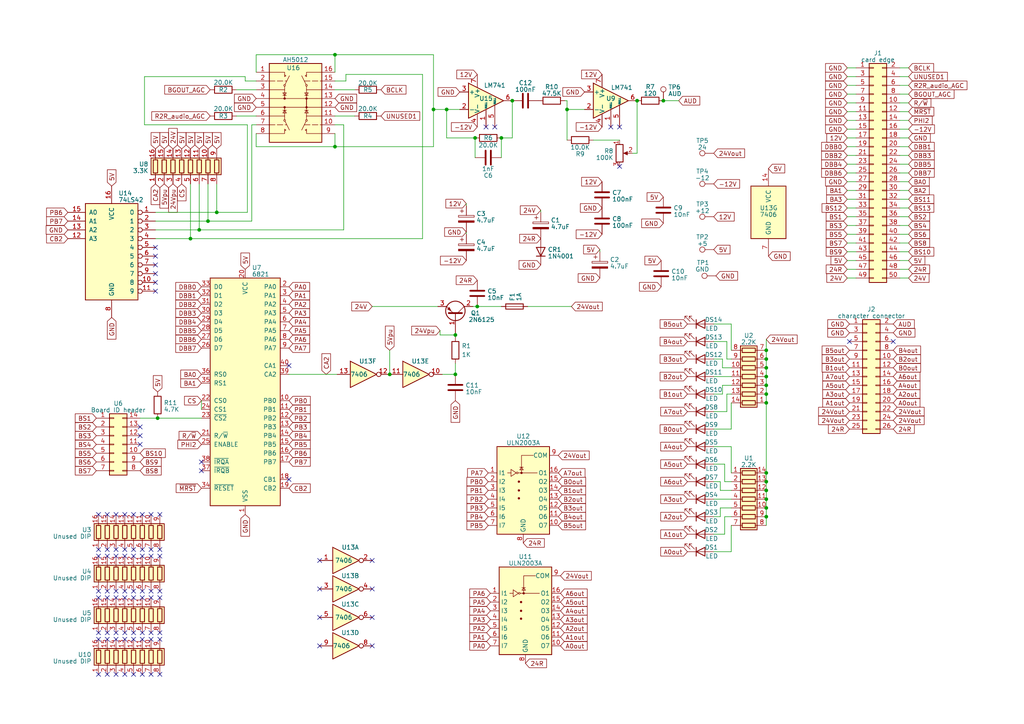
<source format=kicad_sch>
(kicad_sch (version 20230121) (generator eeschema)
  (paper "A4")
  (junction (at 62.865 61.595))
  (junction (at 148.59 29.21))
  (junction (at 145.415 40.005))
  (junction (at 222.25 109.22))
  (junction (at 137.795 40.005))
  (junction (at 222.25 147.32))
  (junction (at 60.325 64.135))
  (junction (at 222.25 142.24))
  (junction (at 57.785 66.675))
  (junction (at 132.08 97.155))
  (junction (at 97.155 15.875))
  (junction (at 113.03 108.585))
  (junction (at 97.155 42.545))
  (junction (at 138.43 88.9))
  (junction (at 164.465 31.75))
  (junction (at 222.25 149.86))
  (junction (at 222.25 114.3))
  (junction (at 222.25 116.84))
  (junction (at 222.25 139.7))
  (junction (at 222.25 104.14))
  (junction (at 132.08 108.585))
  (junction (at 222.25 144.78))
  (junction (at 129.54 31.75))
  (junction (at 45.72 121.285))
  (junction (at 222.25 101.6))
  (junction (at 55.245 69.215))
  (junction (at 222.25 111.76))
  (junction (at 222.25 106.68))
  (junction (at 192.405 29.21))
  (junction (at 184.785 29.21))
  (junction (at 125.73 31.75))
  (junction (at 222.25 137.16))
  (no_connect (at 41.275 149.225))
  (no_connect (at 92.71 187.325))
  (no_connect (at 38.735 195.58))
  (no_connect (at 33.655 161.29))
  (no_connect (at 107.95 179.07))
  (no_connect (at 40.64 123.825))
  (no_connect (at 43.815 183.515))
  (no_connect (at 43.815 185.42))
  (no_connect (at 38.735 171.45))
  (no_connect (at 28.575 161.29))
  (no_connect (at 45.085 84.455))
  (no_connect (at 38.735 159.385))
  (no_connect (at 36.195 161.29))
  (no_connect (at 41.275 183.515))
  (no_connect (at 43.815 171.45))
  (no_connect (at 246.38 99.06))
  (no_connect (at 83.82 139.065))
  (no_connect (at 83.82 106.045))
  (no_connect (at 107.95 187.325))
  (no_connect (at 43.815 161.29))
  (no_connect (at 45.085 81.915))
  (no_connect (at 28.575 149.225))
  (no_connect (at 41.275 173.355))
  (no_connect (at 46.355 173.355))
  (no_connect (at 45.085 79.375))
  (no_connect (at 33.655 173.355))
  (no_connect (at 31.115 183.515))
  (no_connect (at 46.355 159.385))
  (no_connect (at 31.115 185.42))
  (no_connect (at 28.575 173.355))
  (no_connect (at 92.71 179.07))
  (no_connect (at 38.735 185.42))
  (no_connect (at 28.575 171.45))
  (no_connect (at 38.735 173.355))
  (no_connect (at 36.195 149.225))
  (no_connect (at 28.575 195.58))
  (no_connect (at 41.275 171.45))
  (no_connect (at 45.085 76.835))
  (no_connect (at 36.195 195.58))
  (no_connect (at 36.195 171.45))
  (no_connect (at 31.115 159.385))
  (no_connect (at 36.195 159.385))
  (no_connect (at 33.655 171.45))
  (no_connect (at 40.64 126.365))
  (no_connect (at 33.655 185.42))
  (no_connect (at 58.42 133.985))
  (no_connect (at 28.575 159.385))
  (no_connect (at 31.115 149.225))
  (no_connect (at 38.735 161.29))
  (no_connect (at 259.08 99.06))
  (no_connect (at 46.355 171.45))
  (no_connect (at 33.655 183.515))
  (no_connect (at 43.815 173.355))
  (no_connect (at 179.705 36.83))
  (no_connect (at 107.95 170.815))
  (no_connect (at 179.705 48.26))
  (no_connect (at 46.355 149.225))
  (no_connect (at 45.085 74.295))
  (no_connect (at 58.42 136.525))
  (no_connect (at 41.275 161.29))
  (no_connect (at 28.575 185.42))
  (no_connect (at 46.355 185.42))
  (no_connect (at 45.085 71.755))
  (no_connect (at 43.815 195.58))
  (no_connect (at 33.655 195.58))
  (no_connect (at 31.115 173.355))
  (no_connect (at 43.815 149.225))
  (no_connect (at 140.97 36.83))
  (no_connect (at 38.735 149.225))
  (no_connect (at 46.355 183.515))
  (no_connect (at 107.95 162.56))
  (no_connect (at 41.275 185.42))
  (no_connect (at 40.64 128.905))
  (no_connect (at 33.655 159.385))
  (no_connect (at 43.815 159.385))
  (no_connect (at 46.355 195.58))
  (no_connect (at 31.115 161.29))
  (no_connect (at 92.71 162.56))
  (no_connect (at 28.575 183.515))
  (no_connect (at 31.115 195.58))
  (no_connect (at 177.165 36.83))
  (no_connect (at 33.655 149.225))
  (no_connect (at 36.195 185.42))
  (no_connect (at 38.735 183.515))
  (no_connect (at 36.195 183.515))
  (no_connect (at 41.275 159.385))
  (no_connect (at 92.71 170.815))
  (no_connect (at 31.115 171.45))
  (no_connect (at 36.195 173.355))
  (no_connect (at 143.51 36.83))
  (no_connect (at 46.355 161.29))
  (no_connect (at 41.275 195.58))
  (wire (pts (xy 212.09 111.76) (xy 209.55 111.76)))
  (wire (pts (xy 145.415 45.72) (xy 145.415 40.005)))
  (wire (pts (xy 263.525 60.325) (xy 260.985 60.325)))
  (wire (pts (xy 263.525 70.485) (xy 260.985 70.485)))
  (wire (pts (xy 263.525 50.165) (xy 260.985 50.165)))
  (wire (pts (xy 125.73 31.75) (xy 129.54 31.75)))
  (wire (pts (xy 263.525 55.245) (xy 260.985 55.245)))
  (wire (pts (xy 263.525 27.305) (xy 260.985 27.305)))
  (wire (pts (xy 71.12 22.225) (xy 71.12 23.495)))
  (wire (pts (xy 209.55 106.68) (xy 209.55 104.14)))
  (wire (pts (xy 100.33 23.495) (xy 97.155 23.495)))
  (wire (pts (xy 73.025 36.195) (xy 74.295 36.195)))
  (wire (pts (xy 248.285 37.465) (xy 245.745 37.465)))
  (wire (pts (xy 129.54 31.75) (xy 129.54 40.005)))
  (wire (pts (xy 248.285 19.685) (xy 245.745 19.685)))
  (wire (pts (xy 74.295 20.955) (xy 74.295 15.875)))
  (wire (pts (xy 125.73 31.75) (xy 125.73 42.545)))
  (wire (pts (xy 164.465 29.21) (xy 164.465 31.75)))
  (wire (pts (xy 207.01 160.02) (xy 212.09 160.02)))
  (wire (pts (xy 208.915 149.86) (xy 208.915 147.32)))
  (wire (pts (xy 212.09 160.02) (xy 212.09 152.4)))
  (wire (pts (xy 45.085 66.675) (xy 57.785 66.675)))
  (wire (pts (xy 71.755 61.595) (xy 71.755 36.195)))
  (wire (pts (xy 45.72 121.285) (xy 58.42 121.285)))
  (wire (pts (xy 207.01 124.46) (xy 212.09 124.46)))
  (wire (pts (xy 74.295 15.875) (xy 97.155 15.875)))
  (wire (pts (xy 248.285 55.245) (xy 245.745 55.245)))
  (wire (pts (xy 74.295 42.545) (xy 97.155 42.545)))
  (wire (pts (xy 248.285 27.305) (xy 245.745 27.305)))
  (wire (pts (xy 248.285 42.545) (xy 245.745 42.545)))
  (wire (pts (xy 248.285 67.945) (xy 245.745 67.945)))
  (wire (pts (xy 210.185 154.94) (xy 207.01 154.94)))
  (wire (pts (xy 207.01 139.7) (xy 208.915 139.7)))
  (wire (pts (xy 55.245 53.34) (xy 55.245 69.215)))
  (wire (pts (xy 41.91 22.225) (xy 71.12 22.225)))
  (wire (pts (xy 148.59 40.005) (xy 145.415 40.005)))
  (wire (pts (xy 102.87 26.035) (xy 97.155 26.035)))
  (wire (pts (xy 263.525 40.005) (xy 260.985 40.005)))
  (wire (pts (xy 164.465 31.75) (xy 164.465 40.64)))
  (wire (pts (xy 212.09 106.68) (xy 209.55 106.68)))
  (wire (pts (xy 209.55 114.3) (xy 207.01 114.3)))
  (wire (pts (xy 248.285 57.785) (xy 245.745 57.785)))
  (wire (pts (xy 263.525 78.105) (xy 260.985 78.105)))
  (wire (pts (xy 263.525 65.405) (xy 260.985 65.405)))
  (wire (pts (xy 212.09 101.6) (xy 212.09 93.98)))
  (wire (pts (xy 210.82 114.3) (xy 210.82 119.38)))
  (wire (pts (xy 100.33 21.59) (xy 100.33 23.495)))
  (wire (pts (xy 222.25 149.86) (xy 222.25 152.4)))
  (wire (pts (xy 209.55 111.76) (xy 209.55 114.3)))
  (wire (pts (xy 263.525 73.025) (xy 260.985 73.025)))
  (wire (pts (xy 212.09 137.16) (xy 212.09 129.54)))
  (wire (pts (xy 248.285 32.385) (xy 245.745 32.385)))
  (wire (pts (xy 60.325 53.34) (xy 60.325 64.135)))
  (wire (pts (xy 263.525 22.225) (xy 260.985 22.225)))
  (wire (pts (xy 192.405 29.21) (xy 196.85 29.21)))
  (wire (pts (xy 127.635 95.885) (xy 127.635 97.155)))
  (wire (pts (xy 222.25 142.24) (xy 222.25 144.78)))
  (wire (pts (xy 263.525 62.865) (xy 260.985 62.865)))
  (wire (pts (xy 163.83 29.21) (xy 164.465 29.21)))
  (wire (pts (xy 222.25 137.16) (xy 222.25 139.7)))
  (wire (pts (xy 263.525 42.545) (xy 260.985 42.545)))
  (wire (pts (xy 122.555 69.215) (xy 122.555 21.59)))
  (wire (pts (xy 184.785 29.21) (xy 184.785 44.45)))
  (wire (pts (xy 248.285 34.925) (xy 245.745 34.925)))
  (wire (pts (xy 125.73 15.875) (xy 125.73 31.75)))
  (wire (pts (xy 129.54 31.75) (xy 133.35 31.75)))
  (wire (pts (xy 210.82 104.14) (xy 210.82 99.06)))
  (wire (pts (xy 207.01 119.38) (xy 210.82 119.38)))
  (wire (pts (xy 125.73 42.545) (xy 97.155 42.545)))
  (wire (pts (xy 222.25 139.7) (xy 222.25 142.24)))
  (wire (pts (xy 169.545 31.75) (xy 164.465 31.75)))
  (wire (pts (xy 263.525 19.685) (xy 260.985 19.685)))
  (wire (pts (xy 127.635 97.155) (xy 132.08 97.155)))
  (wire (pts (xy 248.285 75.565) (xy 245.745 75.565)))
  (wire (pts (xy 248.285 60.325) (xy 245.745 60.325)))
  (wire (pts (xy 173.99 72.39) (xy 173.99 73.025)))
  (wire (pts (xy 40.64 121.285) (xy 45.72 121.285)))
  (wire (pts (xy 97.155 15.875) (xy 97.155 20.955)))
  (wire (pts (xy 132.08 97.79) (xy 132.08 97.155)))
  (wire (pts (xy 212.09 116.84) (xy 212.09 124.46)))
  (wire (pts (xy 129.54 40.005) (xy 137.795 40.005)))
  (wire (pts (xy 263.525 52.705) (xy 260.985 52.705)))
  (wire (pts (xy 248.285 45.085) (xy 245.745 45.085)))
  (wire (pts (xy 248.285 62.865) (xy 245.745 62.865)))
  (wire (pts (xy 71.755 61.595) (xy 62.865 61.595)))
  (wire (pts (xy 263.525 45.085) (xy 260.985 45.085)))
  (wire (pts (xy 263.525 32.385) (xy 260.985 32.385)))
  (wire (pts (xy 208.915 147.32) (xy 212.09 147.32)))
  (wire (pts (xy 212.09 142.24) (xy 208.915 142.24)))
  (wire (pts (xy 60.325 64.135) (xy 73.025 64.135)))
  (wire (pts (xy 68.58 33.655) (xy 74.295 33.655)))
  (wire (pts (xy 62.865 61.595) (xy 45.085 61.595)))
  (wire (pts (xy 207.01 129.54) (xy 212.09 129.54)))
  (wire (pts (xy 263.525 80.645) (xy 260.985 80.645)))
  (wire (pts (xy 99.695 36.195) (xy 97.155 36.195)))
  (wire (pts (xy 263.525 75.565) (xy 260.985 75.565)))
  (wire (pts (xy 248.285 73.025) (xy 245.745 73.025)))
  (wire (pts (xy 248.285 78.105) (xy 245.745 78.105)))
  (wire (pts (xy 248.285 52.705) (xy 245.745 52.705)))
  (wire (pts (xy 248.285 29.845) (xy 245.745 29.845)))
  (wire (pts (xy 222.25 106.68) (xy 222.25 109.22)))
  (wire (pts (xy 57.785 66.675) (xy 99.695 66.675)))
  (wire (pts (xy 222.25 98.425) (xy 222.25 101.6)))
  (wire (pts (xy 212.09 114.3) (xy 210.82 114.3)))
  (wire (pts (xy 210.82 99.06) (xy 207.01 99.06)))
  (wire (pts (xy 263.525 57.785) (xy 260.985 57.785)))
  (wire (pts (xy 41.91 36.195) (xy 41.91 22.225)))
  (wire (pts (xy 68.58 26.035) (xy 74.295 26.035)))
  (wire (pts (xy 212.09 139.7) (xy 210.185 139.7)))
  (wire (pts (xy 210.185 149.86) (xy 210.185 154.94)))
  (wire (pts (xy 248.285 47.625) (xy 245.745 47.625)))
  (wire (pts (xy 248.285 22.225) (xy 245.745 22.225)))
  (wire (pts (xy 107.95 88.9) (xy 127 88.9)))
  (wire (pts (xy 137.795 45.72) (xy 137.795 40.005)))
  (wire (pts (xy 208.915 142.24) (xy 208.915 139.7)))
  (wire (pts (xy 57.785 53.34) (xy 57.785 66.675)))
  (wire (pts (xy 210.185 139.7) (xy 210.185 134.62)))
  (wire (pts (xy 263.525 47.625) (xy 260.985 47.625)))
  (wire (pts (xy 263.525 37.465) (xy 260.985 37.465)))
  (wire (pts (xy 62.865 53.34) (xy 62.865 61.595)))
  (wire (pts (xy 222.25 114.3) (xy 222.25 116.84)))
  (wire (pts (xy 97.155 42.545) (xy 97.155 38.735)))
  (wire (pts (xy 102.87 33.655) (xy 97.155 33.655)))
  (wire (pts (xy 122.555 21.59) (xy 100.33 21.59)))
  (wire (pts (xy 222.25 144.78) (xy 222.25 147.32)))
  (wire (pts (xy 248.285 24.765) (xy 245.745 24.765)))
  (wire (pts (xy 222.25 116.84) (xy 222.25 137.16)))
  (wire (pts (xy 138.43 88.9) (xy 137.16 88.9)))
  (wire (pts (xy 148.59 29.21) (xy 148.59 40.005)))
  (wire (pts (xy 222.25 109.22) (xy 222.25 111.76)))
  (wire (pts (xy 71.12 23.495) (xy 74.295 23.495)))
  (wire (pts (xy 71.755 36.195) (xy 41.91 36.195)))
  (wire (pts (xy 263.525 24.765) (xy 260.985 24.765)))
  (wire (pts (xy 73.025 36.195) (xy 73.025 64.135)))
  (wire (pts (xy 207.01 144.78) (xy 212.09 144.78)))
  (wire (pts (xy 58.42 116.205) (xy 58.42 118.745)))
  (wire (pts (xy 45.085 64.135) (xy 60.325 64.135)))
  (wire (pts (xy 210.185 149.86) (xy 212.09 149.86)))
  (wire (pts (xy 248.285 40.005) (xy 245.745 40.005)))
  (wire (pts (xy 222.25 147.32) (xy 222.25 149.86)))
  (wire (pts (xy 222.25 104.14) (xy 222.25 106.68)))
  (wire (pts (xy 248.285 50.165) (xy 245.745 50.165)))
  (wire (pts (xy 263.525 34.925) (xy 260.985 34.925)))
  (wire (pts (xy 263.525 29.845) (xy 260.985 29.845)))
  (wire (pts (xy 135.255 67.945) (xy 135.255 67.31)))
  (wire (pts (xy 55.245 69.215) (xy 122.555 69.215)))
  (wire (pts (xy 83.82 108.585) (xy 97.79 108.585)))
  (wire (pts (xy 248.285 65.405) (xy 245.745 65.405)))
  (wire (pts (xy 135.255 59.055) (xy 135.255 59.69)))
  (wire (pts (xy 209.55 104.14) (xy 207.01 104.14)))
  (wire (pts (xy 212.09 93.98) (xy 207.01 93.98)))
  (wire (pts (xy 45.085 69.215) (xy 55.245 69.215)))
  (wire (pts (xy 172.085 40.64) (xy 179.705 40.64)))
  (wire (pts (xy 212.09 104.14) (xy 210.82 104.14)))
  (wire (pts (xy 113.03 101.6) (xy 113.03 108.585)))
  (wire (pts (xy 132.08 105.41) (xy 132.08 108.585)))
  (wire (pts (xy 145.415 88.9) (xy 138.43 88.9)))
  (wire (pts (xy 132.08 97.155) (xy 132.08 96.52)))
  (wire (pts (xy 183.515 44.45) (xy 184.785 44.45)))
  (wire (pts (xy 99.695 66.675) (xy 99.695 36.195)))
  (wire (pts (xy 222.25 111.76) (xy 222.25 114.3)))
  (wire (pts (xy 97.155 15.875) (xy 125.73 15.875)))
  (wire (pts (xy 165.735 88.9) (xy 153.035 88.9)))
  (wire (pts (xy 207.01 149.86) (xy 208.915 149.86)))
  (wire (pts (xy 74.295 38.735) (xy 74.295 42.545)))
  (wire (pts (xy 128.27 108.585) (xy 132.08 108.585)))
  (wire (pts (xy 248.285 70.485) (xy 245.745 70.485)))
  (wire (pts (xy 263.525 67.945) (xy 260.985 67.945)))
  (wire (pts (xy 248.285 80.645) (xy 245.745 80.645)))
  (wire (pts (xy 222.25 101.6) (xy 222.25 104.14)))
  (wire (pts (xy 156.845 60.96) (xy 156.845 61.595)))
  (wire (pts (xy 207.01 109.22) (xy 212.09 109.22)))
  (wire (pts (xy 210.185 134.62) (xy 207.01 134.62)))
  (global_label "BCLK" (shape input) (at 263.525 19.685 0) (property "Intersheetrefs" "${INTERSHEET_REFS}" (effects hide)))
  (global_label "GND" (shape input) (at 169.545 26.67 180) (property "Intersheetrefs" "${INTERSHEET_REFS}" (effects hide)))
  (global_label "5V" (shape input) (at 55.245 43.18 90) (property "Intersheetrefs" "${INTERSHEET_REFS}" (effects hide)))
  (global_label "BS2" (shape input) (at 27.94 123.825 180) (property "Intersheetrefs" "${INTERSHEET_REFS}" (effects hide)))
  (global_label "PA4" (shape input) (at 142.24 177.165 180) (property "Intersheetrefs" "${INTERSHEET_REFS}" (effects hide)))
  (global_label "DBB6" (shape input) (at 58.42 98.425 180) (property "Intersheetrefs" "${INTERSHEET_REFS}" (effects hide)))
  (global_label "GND" (shape input) (at 156.845 76.835 180) (property "Intersheetrefs" "${INTERSHEET_REFS}" (effects hide)))
  (global_label "12V" (shape input) (at 138.43 21.59 180) (property "Intersheetrefs" "${INTERSHEET_REFS}" (effects hide)))
  (global_label "GND" (shape input) (at 245.745 27.305 180) (property "Intersheetrefs" "${INTERSHEET_REFS}" (effects hide)))
  (global_label "CS" (shape input) (at 52.705 53.34 270) (property "Intersheetrefs" "${INTERSHEET_REFS}" (effects hide)))
  (global_label "UNUSED1" (shape input) (at 263.525 22.225 0) (property "Intersheetrefs" "${INTERSHEET_REFS}" (effects hide)))
  (global_label "PA7" (shape input) (at 83.82 100.965 0) (property "Intersheetrefs" "${INTERSHEET_REFS}" (effects hide)))
  (global_label "PHI2" (shape input) (at 58.42 128.905 180) (property "Intersheetrefs" "${INTERSHEET_REFS}" (effects hide)))
  (global_label "DBB3" (shape input) (at 58.42 90.805 180) (property "Intersheetrefs" "${INTERSHEET_REFS}" (effects hide)))
  (global_label "BA1" (shape input) (at 58.42 111.125 180) (property "Intersheetrefs" "${INTERSHEET_REFS}" (effects hide)))
  (global_label "24V" (shape input) (at 263.525 80.645 0) (property "Intersheetrefs" "${INTERSHEET_REFS}" (effects hide)))
  (global_label "A0out" (shape input) (at 199.39 160.02 180) (property "Intersheetrefs" "${INTERSHEET_REFS}" (effects hide)))
  (global_label "5V" (shape input) (at 192.405 57.15 180) (property "Intersheetrefs" "${INTERSHEET_REFS}" (effects hide)))
  (global_label "DBB2" (shape input) (at 58.42 88.265 180) (property "Intersheetrefs" "${INTERSHEET_REFS}" (effects hide)))
  (global_label "PB7" (shape input) (at 19.685 64.135 180) (property "Intersheetrefs" "${INTERSHEET_REFS}" (effects hide)))
  (global_label "A5out" (shape input) (at 199.39 134.62 180) (property "Intersheetrefs" "${INTERSHEET_REFS}" (effects hide)))
  (global_label "BA2" (shape input) (at 263.525 55.245 0) (property "Intersheetrefs" "${INTERSHEET_REFS}" (effects hide)))
  (global_label "BS2" (shape input) (at 263.525 62.865 0) (property "Intersheetrefs" "${INTERSHEET_REFS}" (effects hide)))
  (global_label "B0out" (shape input) (at 199.39 124.46 180) (property "Intersheetrefs" "${INTERSHEET_REFS}" (effects hide)))
  (global_label "GND" (shape input) (at 259.08 96.52 0) (property "Intersheetrefs" "${INTERSHEET_REFS}" (effects hide)))
  (global_label "DBB5" (shape input) (at 58.42 95.885 180) (property "Intersheetrefs" "${INTERSHEET_REFS}" (effects hide)))
  (global_label "24R" (shape input) (at 156.845 69.215 180) (property "Intersheetrefs" "${INTERSHEET_REFS}" (effects hide)))
  (global_label "5V" (shape input) (at 222.885 48.895 0) (property "Intersheetrefs" "${INTERSHEET_REFS}" (effects hide)))
  (global_label "BS8" (shape input) (at 40.64 136.525 0) (property "Intersheetrefs" "${INTERSHEET_REFS}" (effects hide)))
  (global_label "AUD" (shape input) (at 259.08 93.98 0) (property "Intersheetrefs" "${INTERSHEET_REFS}" (effects hide)))
  (global_label "BA3" (shape input) (at 245.745 57.785 180) (property "Intersheetrefs" "${INTERSHEET_REFS}" (effects hide)))
  (global_label "GND" (shape input) (at 173.99 80.645 180) (property "Intersheetrefs" "${INTERSHEET_REFS}" (effects hide)))
  (global_label "24R" (shape input) (at 152.4 192.405 0) (property "Intersheetrefs" "${INTERSHEET_REFS}" (effects hide)))
  (global_label "PA2" (shape input) (at 83.82 88.265 0) (property "Intersheetrefs" "${INTERSHEET_REFS}" (effects hide)))
  (global_label "GND" (shape input) (at 19.685 66.675 180) (property "Intersheetrefs" "${INTERSHEET_REFS}" (effects hide)))
  (global_label "DBB0" (shape input) (at 58.42 83.185 180) (property "Intersheetrefs" "${INTERSHEET_REFS}" (effects hide)))
  (global_label "GND" (shape input) (at 97.155 28.575 0) (property "Intersheetrefs" "${INTERSHEET_REFS}" (effects hide)))
  (global_label "A6out" (shape input) (at 162.56 172.085 0) (property "Intersheetrefs" "${INTERSHEET_REFS}" (effects hide)))
  (global_label "PA3" (shape input) (at 142.24 179.705 180) (property "Intersheetrefs" "${INTERSHEET_REFS}" (effects hide)))
  (global_label "BS4" (shape input) (at 263.525 65.405 0) (property "Intersheetrefs" "${INTERSHEET_REFS}" (effects hide)))
  (global_label "GND" (shape input) (at 97.155 31.115 0) (property "Intersheetrefs" "${INTERSHEET_REFS}" (effects hide)))
  (global_label "PA0" (shape input) (at 83.82 83.185 0) (property "Intersheetrefs" "${INTERSHEET_REFS}" (effects hide)))
  (global_label "~{MRST}" (shape input) (at 58.42 141.605 180) (property "Intersheetrefs" "${INTERSHEET_REFS}" (effects hide)))
  (global_label "GND" (shape input) (at 245.745 29.845 180) (property "Intersheetrefs" "${INTERSHEET_REFS}" (effects hide)))
  (global_label "5V" (shape input) (at 245.745 75.565 180) (property "Intersheetrefs" "${INTERSHEET_REFS}" (effects hide)))
  (global_label "A5out" (shape input) (at 246.38 111.76 180) (property "Intersheetrefs" "${INTERSHEET_REFS}" (effects hide)))
  (global_label "PA7" (shape input) (at 141.605 137.16 180) (property "Intersheetrefs" "${INTERSHEET_REFS}" (effects hide)))
  (global_label "DBB7" (shape input) (at 263.525 50.165 0) (property "Intersheetrefs" "${INTERSHEET_REFS}" (effects hide)))
  (global_label "5V" (shape input) (at 60.325 43.18 90) (property "Intersheetrefs" "${INTERSHEET_REFS}" (effects hide)))
  (global_label "PA0" (shape input) (at 142.24 187.325 180) (property "Intersheetrefs" "${INTERSHEET_REFS}" (effects hide)))
  (global_label "24Vout" (shape input) (at 207.01 44.45 0) (property "Intersheetrefs" "${INTERSHEET_REFS}" (effects hide)))
  (global_label "24R" (shape input) (at 259.08 124.46 0) (property "Intersheetrefs" "${INTERSHEET_REFS}" (effects hide)))
  (global_label "GND" (shape input) (at 192.405 64.77 180) (property "Intersheetrefs" "${INTERSHEET_REFS}" (effects hide)))
  (global_label "DBB1" (shape input) (at 263.525 42.545 0) (property "Intersheetrefs" "${INTERSHEET_REFS}" (effects hide)))
  (global_label "PB3" (shape input) (at 141.605 147.32 180) (property "Intersheetrefs" "${INTERSHEET_REFS}" (effects hide)))
  (global_label "24Vout" (shape input) (at 259.08 121.92 0) (property "Intersheetrefs" "${INTERSHEET_REFS}" (effects hide)))
  (global_label "PB5" (shape input) (at 141.605 152.4 180) (property "Intersheetrefs" "${INTERSHEET_REFS}" (effects hide)))
  (global_label "A1out" (shape input) (at 199.39 154.94 180) (property "Intersheetrefs" "${INTERSHEET_REFS}" (effects hide)))
  (global_label "GND" (shape input) (at 191.77 83.185 180) (property "Intersheetrefs" "${INTERSHEET_REFS}" (effects hide)))
  (global_label "PB6" (shape input) (at 83.82 131.445 0) (property "Intersheetrefs" "${INTERSHEET_REFS}" (effects hide)))
  (global_label "BS1" (shape input) (at 245.745 62.865 180) (property "Intersheetrefs" "${INTERSHEET_REFS}" (effects hide)))
  (global_label "PA4" (shape input) (at 83.82 93.345 0) (property "Intersheetrefs" "${INTERSHEET_REFS}" (effects hide)))
  (global_label "-12V" (shape input) (at 207.01 53.34 0) (property "Intersheetrefs" "${INTERSHEET_REFS}" (effects hide)))
  (global_label "PA6" (shape input) (at 83.82 98.425 0) (property "Intersheetrefs" "${INTERSHEET_REFS}" (effects hide)))
  (global_label "BS5" (shape input) (at 245.745 67.945 180) (property "Intersheetrefs" "${INTERSHEET_REFS}" (effects hide)))
  (global_label "GND" (shape input) (at 245.745 32.385 180) (property "Intersheetrefs" "${INTERSHEET_REFS}" (effects hide)))
  (global_label "B2out" (shape input) (at 199.39 109.22 180) (property "Intersheetrefs" "${INTERSHEET_REFS}" (effects hide)))
  (global_label "DBB4" (shape input) (at 58.42 93.345 180) (property "Intersheetrefs" "${INTERSHEET_REFS}" (effects hide)))
  (global_label "24Vout" (shape input) (at 246.38 121.92 180) (property "Intersheetrefs" "${INTERSHEET_REFS}" (effects hide)))
  (global_label "24Vout" (shape input) (at 162.56 167.005 0) (property "Intersheetrefs" "${INTERSHEET_REFS}" (effects hide)))
  (global_label "A5out" (shape input) (at 162.56 174.625 0) (property "Intersheetrefs" "${INTERSHEET_REFS}" (effects hide)))
  (global_label "GND" (shape input) (at 246.38 93.98 180) (property "Intersheetrefs" "${INTERSHEET_REFS}" (effects hide)))
  (global_label "BS6" (shape input) (at 27.94 133.985 180) (property "Intersheetrefs" "${INTERSHEET_REFS}" (effects hide)))
  (global_label "24Vout" (shape input) (at 161.925 132.08 0) (property "Intersheetrefs" "${INTERSHEET_REFS}" (effects hide)))
  (global_label "BGOUT_AGC" (shape input) (at 263.525 27.305 0) (property "Intersheetrefs" "${INTERSHEET_REFS}" (effects hide)))
  (global_label "A2out" (shape input) (at 259.08 114.3 0) (property "Intersheetrefs" "${INTERSHEET_REFS}" (effects hide)))
  (global_label "PHI2" (shape input) (at 263.525 34.925 0) (property "Intersheetrefs" "${INTERSHEET_REFS}" (effects hide)))
  (global_label "GND" (shape input) (at 245.745 24.765 180) (property "Intersheetrefs" "${INTERSHEET_REFS}" (effects hide)))
  (global_label "24Vout" (shape input) (at 259.08 119.38 0) (property "Intersheetrefs" "${INTERSHEET_REFS}" (effects hide)))
  (global_label "24V" (shape input) (at 245.745 80.645 180) (property "Intersheetrefs" "${INTERSHEET_REFS}" (effects hide)))
  (global_label "B0out" (shape input) (at 259.08 106.68 0) (property "Intersheetrefs" "${INTERSHEET_REFS}" (effects hide)))
  (global_label "A2out" (shape input) (at 162.56 182.245 0) (property "Intersheetrefs" "${INTERSHEET_REFS}" (effects hide)))
  (global_label "B5out" (shape input) (at 161.925 152.4 0) (property "Intersheetrefs" "${INTERSHEET_REFS}" (effects hide)))
  (global_label "5V" (shape input) (at 52.705 43.18 90) (property "Intersheetrefs" "${INTERSHEET_REFS}" (effects hide)))
  (global_label "B4out" (shape input) (at 161.925 149.86 0) (property "Intersheetrefs" "${INTERSHEET_REFS}" (effects hide)))
  (global_label "5V" (shape input) (at 47.625 43.18 90) (property "Intersheetrefs" "${INTERSHEET_REFS}" (effects hide)))
  (global_label "-12V" (shape input) (at 174.625 67.945 180) (property "Intersheetrefs" "${INTERSHEET_REFS}" (effects hide)))
  (global_label "AUD" (shape input) (at 196.85 29.21 0) (property "Intersheetrefs" "${INTERSHEET_REFS}" (effects hide)))
  (global_label "12V" (shape input) (at 174.625 52.705 180) (property "Intersheetrefs" "${INTERSHEET_REFS}" (effects hide)))
  (global_label "B3out" (shape input) (at 246.38 104.14 180) (property "Intersheetrefs" "${INTERSHEET_REFS}" (effects hide)))
  (global_label "PB7" (shape input) (at 83.82 133.985 0) (property "Intersheetrefs" "${INTERSHEET_REFS}" (effects hide)))
  (global_label "PB4" (shape input) (at 83.82 126.365 0) (property "Intersheetrefs" "${INTERSHEET_REFS}" (effects hide)))
  (global_label "CA2" (shape input) (at 94.615 108.585 90) (property "Intersheetrefs" "${INTERSHEET_REFS}" (effects hide)))
  (global_label "PB6" (shape input) (at 19.685 61.595 180) (property "Intersheetrefs" "${INTERSHEET_REFS}" (effects hide)))
  (global_label "12V" (shape input) (at 207.01 62.865 0) (property "Intersheetrefs" "${INTERSHEET_REFS}" (effects hide)))
  (global_label "R{slash}~{W}" (shape input) (at 263.525 29.845 0) (property "Intersheetrefs" "${INTERSHEET_REFS}" (effects hide)))
  (global_label "B4out" (shape input) (at 199.39 99.06 180) (property "Intersheetrefs" "${INTERSHEET_REFS}" (effects hide)))
  (global_label "GND" (shape input) (at 245.745 52.705 180) (property "Intersheetrefs" "${INTERSHEET_REFS}" (effects hide)))
  (global_label "DBB2" (shape input) (at 245.745 45.085 180) (property "Intersheetrefs" "${INTERSHEET_REFS}" (effects hide)))
  (global_label "24Vout" (shape input) (at 246.38 119.38 180) (property "Intersheetrefs" "${INTERSHEET_REFS}" (effects hide)))
  (global_label "BS3" (shape input) (at 245.745 65.405 180) (property "Intersheetrefs" "${INTERSHEET_REFS}" (effects hide)))
  (global_label "GND" (shape input) (at 174.625 60.325 180) (property "Intersheetrefs" "${INTERSHEET_REFS}" (effects hide)))
  (global_label "R2R_audio_AGC" (shape input) (at 60.96 33.655 180) (property "Intersheetrefs" "${INTERSHEET_REFS}" (effects hide)))
  (global_label "BA0" (shape input) (at 263.525 52.705 0) (property "Intersheetrefs" "${INTERSHEET_REFS}" (effects hide)))
  (global_label "GND" (shape input) (at 32.385 92.075 270) (property "Intersheetrefs" "${INTERSHEET_REFS}" (effects hide)))
  (global_label "24Vpu" (shape input) (at 127.635 95.885 180) (property "Intersheetrefs" "${INTERSHEET_REFS}" (effects hide)))
  (global_label "24V" (shape input) (at 107.95 88.9 180) (property "Intersheetrefs" "${INTERSHEET_REFS}" (effects hide)))
  (global_label "PB2" (shape input) (at 141.605 144.78 180) (property "Intersheetrefs" "${INTERSHEET_REFS}" (effects hide)))
  (global_label "GND" (shape input) (at 74.295 31.115 180) (property "Intersheetrefs" "${INTERSHEET_REFS}" (effects hide)))
  (global_label "24Vout" (shape input) (at 165.735 88.9 0) (property "Intersheetrefs" "${INTERSHEET_REFS}" (effects hide)))
  (global_label "5V" (shape input) (at 71.12 78.105 90) (property "Intersheetrefs" "${INTERSHEET_REFS}" (effects hide)))
  (global_label "BS11" (shape input) (at 263.525 57.785 0) (property "Intersheetrefs" "${INTERSHEET_REFS}" (effects hide)))
  (global_label "B3out" (shape input) (at 161.925 147.32 0) (property "Intersheetrefs" "${INTERSHEET_REFS}" (effects hide)))
  (global_label "A3out" (shape input) (at 162.56 179.705 0) (property "Intersheetrefs" "${INTERSHEET_REFS}" (effects hide)))
  (global_label "BA1" (shape input) (at 245.745 55.245 180) (property "Intersheetrefs" "${INTERSHEET_REFS}" (effects hide)))
  (global_label "PB4" (shape input) (at 141.605 149.86 180) (property "Intersheetrefs" "${INTERSHEET_REFS}" (effects hide)))
  (global_label "DBB4" (shape input) (at 245.745 47.625 180) (property "Intersheetrefs" "${INTERSHEET_REFS}" (effects hide)))
  (global_label "PA1" (shape input) (at 83.82 85.725 0) (property "Intersheetrefs" "${INTERSHEET_REFS}" (effects hide)))
  (global_label "BS13" (shape input) (at 263.525 60.325 0) (property "Intersheetrefs" "${INTERSHEET_REFS}" (effects hide)))
  (global_label "UNUSED1" (shape input) (at 110.49 33.655 0) (property "Intersheetrefs" "${INTERSHEET_REFS}" (effects hide)))
  (global_label "A0out" (shape input) (at 259.08 116.84 0) (property "Intersheetrefs" "${INTERSHEET_REFS}" (effects hide)))
  (global_label "B5out" (shape input) (at 199.39 93.98 180) (property "Intersheetrefs" "${INTERSHEET_REFS}" (effects hide)))
  (global_label "B3out" (shape input) (at 199.39 104.14 180) (property "Intersheetrefs" "${INTERSHEET_REFS}" (effects hide)))
  (global_label "5V" (shape input) (at 32.385 53.975 90) (property "Intersheetrefs" "${INTERSHEET_REFS}" (effects hide)))
  (global_label "BS4" (shape input) (at 27.94 128.905 180) (property "Intersheetrefs" "${INTERSHEET_REFS}" (effects hide)))
  (global_label "CB2" (shape input) (at 19.685 69.215 180) (property "Intersheetrefs" "${INTERSHEET_REFS}" (effects hide)))
  (global_label "GND" (shape input) (at 245.745 22.225 180) (property "Intersheetrefs" "${INTERSHEET_REFS}" (effects hide)))
  (global_label "12V" (shape input) (at 135.255 59.055 180) (property "Intersheetrefs" "${INTERSHEET_REFS}" (effects hide)))
  (global_label "GND" (shape input) (at 263.525 40.005 0) (property "Intersheetrefs" "${INTERSHEET_REFS}" (effects hide)))
  (global_label "~{MRST}" (shape input) (at 263.525 32.385 0) (property "Intersheetrefs" "${INTERSHEET_REFS}" (effects hide)))
  (global_label "24V" (shape input) (at 156.845 60.96 180) (property "Intersheetrefs" "${INTERSHEET_REFS}" (effects hide)))
  (global_label "CS" (shape input) (at 58.42 116.205 180) (property "Intersheetrefs" "${INTERSHEET_REFS}" (effects hide)))
  (global_label "GND" (shape input) (at 71.12 149.225 270) (property "Intersheetrefs" "${INTERSHEET_REFS}" (effects hide)))
  (global_label "A7out" (shape input) (at 199.39 119.38 180) (property "Intersheetrefs" "${INTERSHEET_REFS}" (effects hide)))
  (global_label "24R" (shape input) (at 246.38 124.46 180) (property "Intersheetrefs" "${INTERSHEET_REFS}" (effects hide)))
  (global_label "A6out" (shape input) (at 259.08 109.22 0) (property "Intersheetrefs" "${INTERSHEET_REFS}" (effects hide)))
  (global_label "PA5" (shape input) (at 142.24 174.625 180) (property "Intersheetrefs" "${INTERSHEET_REFS}" (effects hide)))
  (global_label "B4out" (shape input) (at 259.08 101.6 0) (property "Intersheetrefs" "${INTERSHEET_REFS}" (effects hide)))
  (global_label "A1out" (shape input) (at 246.38 116.84 180) (property "Intersheetrefs" "${INTERSHEET_REFS}" (effects hide)))
  (global_label "24R" (shape input) (at 138.43 81.28 180) (property "Intersheetrefs" "${INTERSHEET_REFS}" (effects hide)))
  (global_label "A7out" (shape input) (at 161.925 137.16 0) (property "Intersheetrefs" "${INTERSHEET_REFS}" (effects hide)))
  (global_label "PB2" (shape input) (at 83.82 121.285 0) (property "Intersheetrefs" "${INTERSHEET_REFS}" (effects hide)))
  (global_label "PB1" (shape input) (at 141.605 142.24 180) (property "Intersheetrefs" "${INTERSHEET_REFS}" (effects hide)))
  (global_label "B1out" (shape input) (at 161.925 142.24 0) (property "Intersheetrefs" "${INTERSHEET_REFS}" (effects hide)))
  (global_label "BGOUT_AGC" (shape input) (at 60.96 26.035 180) (property "Intersheetrefs" "${INTERSHEET_REFS}" (effects hide)))
  (global_label "PB0" (shape input) (at 83.82 116.205 0) (property "Intersheetrefs" "${INTERSHEET_REFS}" (effects hide)))
  (global_label "5V" (shape input) (at 173.99 72.39 180) (property "Intersheetrefs" "${INTERSHEET_REFS}" (effects hide)))
  (global_label "BS3" (shape input) (at 27.94 126.365 180) (property "Intersheetrefs" "${INTERSHEET_REFS}" (effects hide)))
  (global_label "PA5" (shape input) (at 83.82 95.885 0) (property "Intersheetrefs" "${INTERSHEET_REFS}" (effects hide)))
  (global_label "A3out" (shape input) (at 199.39 144.78 180) (property "Intersheetrefs" "${INTERSHEET_REFS}" (effects hide)))
  (global_label "GND" (shape input) (at 245.745 34.925 180) (property "Intersheetrefs" "${INTERSHEET_REFS}" (effects hide)))
  (global_label "BS6" (shape input) (at 263.525 67.945 0) (property "Intersheetrefs" "${INTERSHEET_REFS}" (effects hide)))
  (global_label "DBB0" (shape input) (at 245.745 42.545 180) (property "Intersheetrefs" "${INTERSHEET_REFS}" (effects hide)))
  (global_label "A6out" (shape input) (at 199.39 139.7 180) (property "Intersheetrefs" "${INTERSHEET_REFS}" (effects hide)))
  (global_label "B5out" (shape input) (at 246.38 101.6 180) (property "Intersheetrefs" "${INTERSHEET_REFS}" (effects hide)))
  (global_label "PB5" (shape input) (at 83.82 128.905 0) (property "Intersheetrefs" "${INTERSHEET_REFS}" (effects hide)))
  (global_label "BS12" (shape input) (at 245.745 60.325 180) (property "Intersheetrefs" "${INTERSHEET_REFS}" (effects hide)))
  (global_label "BA0" (shape input) (at 58.42 108.585 180) (property "Intersheetrefs" "${INTERSHEET_REFS}" (effects hide)))
  (global_label "B1out" (shape input) (at 246.38 106.68 180) (property "Intersheetrefs" "${INTERSHEET_REFS}" (effects hide)))
  (global_label "GND" (shape input) (at 245.745 19.685 180) (property "Intersheetrefs" "${INTERSHEET_REFS}" (effects hide)))
  (global_label "-12V" (shape input) (at 263.525 37.465 0) (property "Intersheetrefs" "${INTERSHEET_REFS}" (effects hide)))
  (global_label "A2out" (shape input) (at 199.39 149.86 180) (property "Intersheetrefs" "${INTERSHEET_REFS}" (effects hide)))
  (global_label "5V" (shape input) (at 45.72 113.665 90) (property "Intersheetrefs" "${INTERSHEET_REFS}" (effects hide)))
  (global_label "CA2" (shape input) (at 45.085 53.34 270) (property "Intersheetrefs" "${INTERSHEET_REFS}" (effects hide)))
  (global_label "GND" (shape input) (at 207.645 80.01 0) (property "Intersheetrefs" "${INTERSHEET_REFS}" (effects hide)))
  (global_label "GND" (shape input) (at 133.35 26.67 180) (property "Intersheetrefs" "${INTERSHEET_REFS}" (effects hide)))
  (global_label "BS5" (shape input) (at 27.94 131.445 180) (property "Intersheetrefs" "${INTERSHEET_REFS}" (effects hide)))
  (global_label "BS1" (shape input) (at 27.94 121.285 180) (property "Intersheetrefs" "${INTERSHEET_REFS}" (effects hide)))
  (global_label "B1out" (shape input) (at 199.39 114.3 180) (property "Intersheetrefs" "${INTERSHEET_REFS}" (effects hide)))
  (global_label "BS9" (shape input) (at 40.64 133.985 0) (property "Intersheetrefs" "${INTERSHEET_REFS}" (effects hide)))
  (global_label "BS10" (shape input) (at 40.64 131.445 0) (property "Intersheetrefs" "${INTERSHEET_REFS}" (effects hide)))
  (global_label "PA6" (shape input) (at 142.24 172.085 180) (property "Intersheetrefs" "${INTERSHEET_REFS}" (effects hide)))
  (global_label "-12V" (shape input) (at 174.625 36.83 180) (property "Intersheetrefs" "${INTERSHEET_REFS}" (effects hide)))
  (global_label "5V" (shape input) (at 191.77 75.565 180) (property "Intersheetrefs" "${INTERSHEET_REFS}" (effects hide)))
  (global_label "DBB7" (shape input) (at 58.42 100.965 180) (property "Intersheetrefs" "${INTERSHEET_REFS}" (effects hide)))
  (global_label "PA3" (shape input) (at 83.82 90.805 0) (property "Intersheetrefs" "${INTERSHEET_REFS}" (effects hide)))
  (global_label "5V" (shape input) (at 57.785 43.18 90) (property "Intersheetrefs" "${INTERSHEET_REFS}" (effects hide)))
  (global_label "B2out" (shape input) (at 259.08 104.14 0) (property "Intersheetrefs" "${INTERSHEET_REFS}" (effects hide)))
  (global_label "GND" (shape input) (at 74.295 28.575 180) (property "Intersheetrefs" "${INTERSHEET_REFS}" (effects hide)))
  (global_label "BS10" (shape input) (at 263.525 73.025 0) (property "Intersheetrefs" "${INTERSHEET_REFS}" (effects hide)))
  (global_label "GND" (shape input) (at 246.38 96.52 180) (property "Intersheetrefs" "${INTERSHEET_REFS}" (effects hide)))
  (global_label "DBB6" (shape input) (at 245.745 50.165 180) (property "Intersheetrefs" "${INTERSHEET_REFS}" (effects hide)))
  (global_label "24V" (shape input) (at 50.165 43.18 90) (property "Intersheetrefs" "${INTERSHEET_REFS}" (effects hide)))
  (global_label "5Vpu" (shape input) (at 47.625 53.34 270) (property "Intersheetrefs" "${INTERSHEET_REFS}" (effects hide)))
  (global_label "A4out" (shape input) (at 199.39 129.54 180) (property "Intersheetrefs" "${INTERSHEET_REFS}" (effects hide)))
  (global_label "24R" (shape input) (at 151.765 157.48 0) (property "Intersheetrefs" "${INTERSHEET_REFS}" (effects hide)))
  (global_label "GND" (shape input) (at 135.255 67.31 180) (property "Intersheetrefs" "${INTERSHEET_REFS}" (effects hide)))
  (global_label "PB1" (shape input) (at 83.82 118.745 0) (property "Intersheetrefs" "${INTERSHEET_REFS}" (effects hide)))
  (global_label "24R" (shape input) (at 263.525 78.105 0) (property "Intersheetrefs" "${INTERSHEET_REFS}" (effects hide)))
  (global_label "GND" (shape input) (at 132.08 116.205 270) (property "Intersheetrefs" "${INTERSHEET_REFS}" (effects hide)))
  (global_label "A4out" (shape input) (at 162.56 177.165 0) (property "Intersheetrefs" "${INTERSHEET_REFS}" (effects hide)))
  (global_label "PA2" (shape input) (at 142.24 182.245 180) (property "Intersheetrefs" "${INTERSHEET_REFS}" (effects hide)))
  (global_label "5V" (shape input) (at 263.525 75.565 0) (property "Intersheetrefs" "${INTERSHEET_REFS}" (effects hide)))
  (global_label "5Vpu" (shape input) (at 113.03 101.6 90) (property "Intersheetrefs" "${INTERSHEET_REFS}" (effects hide)))
  (global_label "24R" (shape input) (at 245.745 78.105 180) (property "Intersheetrefs" "${INTERSHEET_REFS}" (effects hide)))
  (global_label "DBB3" (shape input) (at 263.525 45.085 0) (property "Intersheetrefs" "${INTERSHEET_REFS}" (effects hide)))
  (global_label "DBB1" (shape input) (at 58.42 85.725 180) (property "Intersheetrefs" "${INTERSHEET_REFS}" (effects hide)))
  (global_label "-12V" (shape input) (at 138.43 36.83 180) (property "Intersheetrefs" "${INTERSHEET_REFS}" (effects hide)))
  (global_label "A7out" (shape input) (at 246.38 109.22 180) (property "Intersheetrefs" "${INTERSHEET_REFS}" (effects hide)))
  (global_label "PB3" (shape input) (at 83.82 123.825 0) (property "Intersheetrefs" "${INTERSHEET_REFS}" (effects hide)))
  (global_label "GND" (shape input) (at 245.745 37.465 180) (property "Intersheetrefs" "${INTERSHEET_REFS}" (effects hide)))
  (global_label "A4out" (shape input) (at 259.08 111.76 0) (property "Intersheetrefs" "${INTERSHEET_REFS}" (effects hide)))
  (global_label "BS9" (shape input) (at 245.745 73.025 180) (property "Intersheetrefs" "${INTERSHEET_REFS}" (effects hide)))
  (global_label "B0out" (shape input) (at 161.925 139.7 0) (property "Intersheetrefs" "${INTERSHEET_REFS}" (effects hide)))
  (global_label "5V" (shape input) (at 45.085 43.18 90) (property "Intersheetrefs" "${INTERSHEET_REFS}" (effects hide)))
  (global_label "A1out" (shape input) (at 162.56 184.785 0) (property "Intersheetrefs" "${INTERSHEET_REFS}" (effects hide)))
  (global_label "A0out" (shape input) (at 162.56 187.325 0) (property "Intersheetrefs" "${INTERSHEET_REFS}" (effects hide)))
  (global_label "24Vpu" (shape input) (at 50.165 53.34 270) (property "Intersheetrefs" "${INTERSHEET_REFS}" (effects hide)))
  (global_label "12V" (shape input) (at 174.625 21.59 180) (property "Intersheetrefs" "${INTERSHEET_REFS}" (effects hide)))
  (global_label "BS8" (shape input) (at 263.525 70.485 0) (property "Intersheetrefs" "${INTERSHEET_REFS}" (effects hide)))
  (global_label "5V" (shape input) (at 62.865 43.18 90) (property "Intersheetrefs" "${INTERSHEET_REFS}" (effects hide)))
  (global_label "BS7" (shape input) (at 27.94 136.525 180) (property "Intersheetrefs" "${INTERSHEET_REFS}" (effects hide)))
  (global_label "12V" (shape input) (at 245.745 40.005 180) (property "Intersheetrefs" "${INTERSHEET_REFS}" (effects hide)))
  (global_label "BCLK" (shape input) (at 110.49 26.035 0) (property "Intersheetrefs" "${INTERSHEET_REFS}" (effects hide)))
  (global_label "PB0" (shape input) (at 141.605 139.7 180) (property "Intersheetrefs" "${INTERSHEET_REFS}" (effects hide)))
  (global_label "24Vout" (shape input) (at 222.25 98.425 0) (property "Intersheetrefs" "${INTERSHEET_REFS}" (effects hide)))
  (global_label "R{slash}~{W}" (shape input) (at 58.42 126.365 180) (property "Intersheetrefs" "${INTERSHEET_REFS}" (effects hide)))
  (global_label "GND" (shape input) (at 222.885 74.295 0) (property "Intersheetrefs" "${INTERSHEET_REFS}" (effects hide)))
  (global_label "B2out" (shape input) (at 161.925 144.78 0) (property "Intersheetrefs" "${INTERSHEET_REFS}" (effects hide)))
  (global_label "A3out" (shape input) (at 246.38 114.3 180) (property "Intersheetrefs" "${INTERSHEET_REFS}" (effects hide)))
  (global_label "BS7" (shape input) (at 245.745 70.485 180) (property "Intersheetrefs" "${INTERSHEET_REFS}" (effects hide)))
  (global_label "5V" (shape input) (at 207.01 72.39 0) (property "Intersheetrefs" "${INTERSHEET_REFS}" (effects hide)))
  (global_label "-12V" (shape input) (at 135.255 75.565 180) (property "Intersheetrefs" "${INTERSHEET_REFS}" (effects hide)))
  (global_label "DBB5" (shape input) (at 263.525 47.625 0) (property "Intersheetrefs" "${INTERSHEET_REFS}" (effects hide)))
  (global_label "CB2" (shape input) (at 83.82 141.605 0) (property "Intersheetrefs" "${INTERSHEET_REFS}" (effects hide)))
  (global_label "PA1" (shape input) (at 142.24 184.785 180) (property "Intersheetrefs" "${INTERSHEET_REFS}" (effects hide)))
  (global_label "R2R_audio_AGC" (shape input) (at 263.525 24.765 0) (property "Intersheetrefs" "${INTERSHEET_REFS}" (effects hide)))
  (symbol (lib_id "Device:LED") (at 203.2 139.7 0) (mirror x) (unit 1)
    (property "Reference" "DS7" (at 208.28 138.43 0) (effects (justify right)))
    (property "Value" "LED" (at 208.28 140.97 0) (effects (justify right)))
    (property "Footprint" "LED_THT:LED_D5.0mm_Horizontal_O3.81mm_Z15.0mm" (effects hide))
  )
  (symbol (lib_id "Device:LED") (at 203.2 114.3 0) (mirror x) (unit 1)
    (property "Reference" "DS10" (at 209.55 113.03 0) (effects (justify right)))
    (property "Value" "LED" (at 208.28 115.57 0) (effects (justify right)))
    (property "Footprint" "LED_THT:LED_D5.0mm_Horizontal_O3.81mm_Z15.0mm" (effects hide))
  )
  (symbol (lib_id "Device:C") (at 152.4 29.21 270) (unit 1)
    (property "Reference" "C12" (at 152.4 24.0411 90))
    (property "Value" "100nF" (at 152.4 25.9621 90))
    (property "Footprint" "Capacitor_THT:C_Rect_L7.0mm_W2.5mm_P5.00mm" (effects hide))
  )
  (symbol (lib_id "Device:LED") (at 203.2 154.94 0) (mirror x) (unit 1)
    (property "Reference" "DS2" (at 208.28 153.67 0) (effects (justify right)))
    (property "Value" "LED" (at 208.28 156.21 0) (effects (justify right)))
    (property "Footprint" "LED_THT:LED_D5.0mm_Horizontal_O3.81mm_Z15.0mm" (effects hide))
  )
  (symbol (lib_id "Device:R_Pack08") (at 38.735 154.305 0) (unit 1)
    (property "Reference" "U3" (at 26.5431 153.6613 0) (effects (justify right)))
    (property "Value" "Unused DIP" (at 26.5431 155.5823 0) (effects (justify right)))
    (property "Footprint" "Package_DIP:DIP-16_W7.62mm" (effects hide))
  )
  (symbol (lib_id "Device:LED") (at 203.2 99.06 0) (mirror x) (unit 1)
    (property "Reference" "DS13" (at 209.55 97.79 0) (effects (justify right)))
    (property "Value" "LED" (at 208.28 100.33 0) (effects (justify right)))
    (property "Footprint" "LED_THT:LED_D5.0mm_Horizontal_O3.81mm_Z15.0mm" (effects hide))
  )
  (symbol (lib_id "Transistor_Array:ULN2003A") (at 152.4 177.165 0) (unit 1)
    (property "Reference" "U11" (at 152.4 161.4551 0))
    (property "Value" "ULN2003A" (at 152.4 163.3761 0))
    (property "Footprint" "Package_DIP:DIP-16_W7.62mm" (effects hide))
    (property "Datasheet" "http://www.ti.com/lit/ds/symlink/uln2003a.pdf" (effects hide))
  )
  (symbol (lib_id "Connector:TestPoint") (at 192.405 29.21 0) (unit 1)
    (property "Reference" "TP6" (at 193.802 25.2643 0) (effects (justify left)))
    (property "Value" "AUD" (at 193.802 27.1853 0) (effects (justify left)))
    (property "Footprint" "TestPoint:TestPoint_Plated_Hole_D3.0mm" (effects hide))
  )
  (symbol (lib_id "Transistor_BJT:2N3906") (at 132.08 91.44 270) (mirror x) (unit 1)
    (property "Reference" "Q1" (at 136.525 90.805 90) (effects (justify left)))
    (property "Value" "2N6125" (at 135.89 92.71 90) (effects (justify left)))
    (property "Footprint" "Package_TO_SOT_THT:TO-220-3_Horizontal_TabDown" (effects hide))
  )
  (symbol (lib_id "Device:R") (at 160.02 29.21 270) (unit 1)
    (property "Reference" "R10" (at 160.02 25.1841 90))
    (property "Value" "47.5K" (at 160.02 27.1051 90))
    (property "Footprint" "Resistor_THT:R_Axial_DIN0309_L9.0mm_D3.2mm_P12.70mm_Horizontal" (effects hide))
  )
  (symbol (lib_id "Device:R") (at 106.68 33.655 270) (unit 1)
    (property "Reference" "R4" (at 106.68 33.655 90))
    (property "Value" "20.0K" (at 106.68 31.5501 90))
    (property "Footprint" "Resistor_THT:R_Axial_DIN0309_L9.0mm_D3.2mm_P12.70mm_Horizontal" (effects hide))
  )
  (symbol (lib_id "Connector:TestPoint") (at 207.01 62.865 90) (unit 1)
    (property "Reference" "TP3" (at 203.708 59.2201 90))
    (property "Value" "+12" (at 203.708 61.1411 90))
    (property "Footprint" "TestPoint:TestPoint_Plated_Hole_D3.0mm" (effects hide))
  )
  (symbol (lib_id "Device:C_Polarized") (at 156.845 65.405 0) (unit 1)
    (property "Reference" "C1" (at 159.766 63.8723 0) (effects (justify left)))
    (property "Value" "4.7uF" (at 159.766 65.7933 0) (effects (justify left)))
    (property "Footprint" "Evan's parts:CP_Radial_Tantal_D4mm_P3.81mm" (effects hide))
  )
  (symbol (lib_id "Device:Fuse") (at 149.225 88.9 90) (unit 1)
    (property "Reference" "F1" (at 148.5813 87.376 0) (effects (justify left)))
    (property "Value" "1A" (at 150.5023 87.376 0) (effects (justify left)))
    (property "Footprint" "Fuse:Fuseholder_Littelfuse_445_030_series_5x30mm" (effects hide))
  )
  (symbol (lib_id "Connector:TestPoint") (at 207.01 53.34 90) (unit 1)
    (property "Reference" "TP4" (at 203.708 49.6951 90))
    (property "Value" "-12" (at 203.708 51.6161 90))
    (property "Footprint" "TestPoint:TestPoint_Plated_Hole_D3.0mm" (effects hide))
  )
  (symbol (lib_id "74xx:74LS06") (at 105.41 108.585 0) (unit 6)
    (property "Reference" "U13" (at 106.68 104.775 0))
    (property "Value" "7406" (at 104.14 108.585 0))
    (property "Footprint" "Package_DIP:DIP-14_W7.62mm" (effects hide))
    (property "Datasheet" "http://www.ti.com/lit/gpn/sn74LS06" (effects hide))
  )
  (symbol (lib_id "Device:R_Pack08") (at 38.735 166.37 0) (unit 1)
    (property "Reference" "U4" (at 26.543 165.7263 0) (effects (justify right)))
    (property "Value" "Unused DIP" (at 26.543 167.6473 0) (effects (justify right)))
    (property "Footprint" "Package_DIP:DIP-16_W7.62mm" (effects hide))
  )
  (symbol (lib_id "Transistor_Array:ULN2003A") (at 151.765 142.24 0) (unit 1)
    (property "Reference" "U12" (at 151.765 126.5301 0))
    (property "Value" "ULN2003A" (at 151.765 128.4511 0))
    (property "Footprint" "Package_DIP:DIP-16_W7.62mm" (effects hide))
    (property "Datasheet" "http://www.ti.com/lit/ds/symlink/uln2003a.pdf" (effects hide))
  )
  (symbol (lib_id "Device:R_Pack08") (at 38.735 190.5 0) (unit 1)
    (property "Reference" "U10" (at 26.543 189.8563 0) (effects (justify right)))
    (property "Value" "Unused DIP" (at 26.543 191.7773 0) (effects (justify right)))
    (property "Footprint" "Package_DIP:DIP-16_W7.62mm" (effects hide))
  )
  (symbol (lib_id "Amplifier_Operational:LM741") (at 177.165 29.21 0) (unit 1)
    (property "Reference" "U9" (at 177.165 28.575 0))
    (property "Value" "LM741" (at 180.34 25.4 0))
    (property "Footprint" "Package_DIP:DIP-8_W7.62mm" (effects hide))
    (property "Datasheet" "http://www.ti.com/lit/ds/symlink/lm741.pdf" (effects hide))
  )
  (symbol (lib_id "74xx:74LS42") (at 32.385 71.755 0) (unit 1)
    (property "Reference" "U14" (at 34.3409 56.0451 0) (effects (justify left)))
    (property "Value" "74LS42" (at 34.3409 57.9661 0) (effects (justify left)))
    (property "Footprint" "Package_DIP:DIP-16_W7.62mm" (effects hide))
    (property "Datasheet" "http://www.ti.com/lit/gpn/sn74LS42" (effects hide))
  )
  (symbol (lib_id "Connector_Generic:Conn_02x25_Odd_Even") (at 253.365 50.165 0) (unit 1)
    (property "Reference" "J1" (at 254.635 15.4051 0))
    (property "Value" "card edge" (at 254.635 17.3261 0))
    (property "Footprint" "Evan's parts:Chuck_E_Cheese_small_card_edge" (effects hide))
  )
  (symbol (lib_id "Device:R_Pack07") (at 217.17 109.22 90) (unit 1)
    (property "Reference" "U2" (at 217.17 97.3201 90))
    (property "Value" "2.2K" (at 217.17 99.2411 90))
    (property "Footprint" "Package_DIP:DIP-14_W7.62mm" (effects hide))
  )
  (symbol (lib_id "Device:LED") (at 203.2 104.14 0) (mirror x) (unit 1)
    (property "Reference" "DS12" (at 209.55 102.87 0) (effects (justify right)))
    (property "Value" "LED" (at 208.28 105.41 0) (effects (justify right)))
    (property "Footprint" "LED_THT:LED_D5.0mm_Horizontal_O3.81mm_Z15.0mm" (effects hide))
  )
  (symbol (lib_id "Device:R") (at 106.68 26.035 270) (unit 1)
    (property "Reference" "R5" (at 106.68 26.035 90))
    (property "Value" "20.0K" (at 106.68 24.13 90))
    (property "Footprint" "Resistor_THT:R_Axial_DIN0309_L9.0mm_D3.2mm_P12.70mm_Horizontal" (effects hide))
  )
  (symbol (lib_id "Device:R_Pack08") (at 38.735 178.435 0) (unit 1)
    (property "Reference" "U5" (at 26.543 177.7913 0) (effects (justify right)))
    (property "Value" "Unused DIP" (at 26.543 179.7123 0) (effects (justify right)))
    (property "Footprint" "Package_DIP:DIP-16_W7.62mm" (effects hide))
  )
  (symbol (lib_id "Device:LED") (at 203.2 129.54 0) (mirror x) (unit 1)
    (property "Reference" "DS5" (at 208.28 128.27 0) (effects (justify right)))
    (property "Value" "LED" (at 208.28 130.81 0) (effects (justify right)))
    (property "Footprint" "LED_THT:LED_D5.0mm_Horizontal_O3.81mm_Z15.0mm" (effects hide))
  )
  (symbol (lib_id "Device:C_Polarized") (at 135.255 63.5 0) (unit 1)
    (property "Reference" "C3" (at 138.176 61.9673 0) (effects (justify left)))
    (property "Value" "4.7uF" (at 138.176 63.8883 0) (effects (justify left)))
    (property "Footprint" "Evan's parts:CP_Radial_Tantal_D4mm_P3.81mm" (effects hide))
  )
  (symbol (lib_id "Device:C_Polarized") (at 173.99 76.835 0) (unit 1)
    (property "Reference" "C2" (at 176.911 75.3023 0) (effects (justify left)))
    (property "Value" "4.7uF" (at 176.911 77.2233 0) (effects (justify left)))
    (property "Footprint" "Evan's parts:CP_Radial_Tantal_D4mm_P3.81mm" (effects hide))
  )
  (symbol (lib_id "74xx:74LS06") (at 100.33 162.56 0) (unit 1)
    (property "Reference" "U13" (at 101.6 158.75 0))
    (property "Value" "7406" (at 99.695 162.56 0))
    (property "Footprint" "Package_DIP:DIP-14_W7.62mm" (effects hide))
    (property "Datasheet" "http://www.ti.com/lit/gpn/sn74LS06" (effects hide))
  )
  (symbol (lib_id "Device:C_Polarized") (at 135.255 71.755 0) (unit 1)
    (property "Reference" "C4" (at 138.176 70.2223 0) (effects (justify left)))
    (property "Value" "4.7uF" (at 138.176 72.1433 0) (effects (justify left)))
    (property "Footprint" "Evan's parts:CP_Radial_Tantal_D4mm_P3.81mm" (effects hide))
  )
  (symbol (lib_id "Device:C") (at 132.08 112.395 0) (unit 1)
    (property "Reference" "C11" (at 135.001 111.7513 0) (effects (justify left)))
    (property "Value" "10nF" (at 135.001 113.6723 0) (effects (justify left)))
    (property "Footprint" "Capacitor_THT:C_Rect_L7.0mm_W2.5mm_P5.00mm" (effects hide))
  )
  (symbol (lib_id "Device:R_Pack07") (at 217.17 144.78 270) (unit 1)
    (property "Reference" "U1" (at 217.17 132.8801 90))
    (property "Value" "2.2K" (at 217.17 134.8011 90))
    (property "Footprint" "Package_DIP:DIP-14_W7.62mm" (effects hide))
  )
  (symbol (lib_id "Device:R_Potentiometer") (at 179.705 44.45 0) (unit 1)
    (property "Reference" "R8" (at 177.9271 43.8063 0) (effects (justify right)))
    (property "Value" "100K" (at 177.9271 45.7273 0) (effects (justify right)))
    (property "Footprint" "Potentiometer_THT:Potentiometer_Bourns_3005_Horizontal" (effects hide))
  )
  (symbol (lib_id "Device:C") (at 191.77 79.375 0) (unit 1)
    (property "Reference" "C10" (at 194.691 78.7313 0) (effects (justify left)))
    (property "Value" "10nF" (at 194.691 80.6523 0) (effects (justify left)))
    (property "Footprint" "Capacitor_THT:C_Rect_L7.0mm_W2.5mm_P5.00mm" (effects hide))
  )
  (symbol (lib_id "74xx:74LS06") (at 222.885 61.595 0) (unit 7)
    (property "Reference" "U13" (at 220.345 60.325 0) (effects (justify left)))
    (property "Value" "7406" (at 220.345 62.23 0) (effects (justify left)))
    (property "Footprint" "Package_DIP:DIP-14_W7.62mm" (effects hide))
    (property "Datasheet" "http://www.ti.com/lit/gpn/sn74LS06" (effects hide))
  )
  (symbol (lib_id "Amplifier_Operational:LM741") (at 140.97 29.21 0) (unit 1)
    (property "Reference" "U15" (at 140.97 28.575 0))
    (property "Value" "LM741" (at 143.51 24.765 0))
    (property "Footprint" "Package_DIP:DIP-8_W7.62mm" (effects hide))
    (property "Datasheet" "http://www.ti.com/lit/ds/symlink/lm741.pdf" (effects hide))
  )
  (symbol (lib_id "Device:LED") (at 203.2 124.46 0) (mirror x) (unit 1)
    (property "Reference" "DS9" (at 208.28 123.19 0) (effects (justify right)))
    (property "Value" "LED" (at 208.28 125.73 0) (effects (justify right)))
    (property "Footprint" "LED_THT:LED_D5.0mm_Horizontal_O3.81mm_Z15.0mm" (effects hide))
  )
  (symbol (lib_id "Device:C") (at 174.625 56.515 0) (unit 1)
    (property "Reference" "C7" (at 177.546 55.8713 0) (effects (justify left)))
    (property "Value" "100nF" (at 177.546 57.7923 0) (effects (justify left)))
    (property "Footprint" "Capacitor_THT:C_Rect_L7.0mm_W2.5mm_P5.00mm" (effects hide))
  )
  (symbol (lib_id "Device:R") (at 168.275 40.64 270) (mirror x) (unit 1)
    (property "Reference" "R9" (at 168.275 44.6659 90))
    (property "Value" "10.0K" (at 168.275 42.7449 90))
    (property "Footprint" "Resistor_THT:R_Axial_DIN0309_L9.0mm_D3.2mm_P12.70mm_Horizontal" (effects hide))
  )
  (symbol (lib_id "Device:C") (at 138.43 85.09 0) (unit 1)
    (property "Reference" "C5" (at 141.351 84.4463 0) (effects (justify left)))
    (property "Value" "10nF" (at 141.351 86.3673 0) (effects (justify left)))
    (property "Footprint" "Capacitor_THT:C_Rect_L7.0mm_W2.5mm_P5.00mm" (effects hide))
  )
  (symbol (lib_id "Device:R_Pack08") (at 55.245 48.26 0) (unit 1)
    (property "Reference" "U8" (at 43.0531 47.6163 0) (effects (justify right)))
    (property "Value" "3.3K" (at 43.0531 49.5373 0) (effects (justify right)))
    (property "Footprint" "Package_DIP:DIP-16_W7.62mm" (effects hide))
  )
  (symbol (lib_id "Device:R") (at 64.77 26.035 90) (mirror x) (unit 1)
    (property "Reference" "R2" (at 64.77 26.035 90))
    (property "Value" "20.0K" (at 64.77 23.9301 90))
    (property "Footprint" "Resistor_THT:R_Axial_DIN0309_L9.0mm_D3.2mm_P12.70mm_Horizontal" (effects hide))
  )
  (symbol (lib_id "Device:R") (at 64.77 33.655 90) (mirror x) (unit 1)
    (property "Reference" "R3" (at 64.77 33.655 90))
    (property "Value" "20.0K" (at 64.77 31.5501 90))
    (property "Footprint" "Resistor_THT:R_Axial_DIN0309_L9.0mm_D3.2mm_P12.70mm_Horizontal" (effects hide))
  )
  (symbol (lib_id "Device:LED") (at 203.2 119.38 0) (mirror x) (unit 1)
    (property "Reference" "DS8" (at 208.28 118.11 0) (effects (justify right)))
    (property "Value" "LED" (at 208.28 120.65 0) (effects (justify right)))
    (property "Footprint" "LED_THT:LED_D5.0mm_Horizontal_O3.81mm_Z15.0mm" (effects hide))
  )
  (symbol (lib_id "Device:LED") (at 203.2 134.62 0) (mirror x) (unit 1)
    (property "Reference" "DS6" (at 208.28 133.35 0) (effects (justify right)))
    (property "Value" "LED" (at 208.28 135.89 0) (effects (justify right)))
    (property "Footprint" "LED_THT:LED_D5.0mm_Horizontal_O3.81mm_Z15.0mm" (effects hide))
  )
  (symbol (lib_id "Connector:TestPoint") (at 207.645 80.01 90) (unit 1)
    (property "Reference" "TP1" (at 205.74 76.2 90) (effects (justify left)))
    (property "Value" "GND" (at 205.74 78.105 90) (effects (justify left)))
    (property "Footprint" "TestPoint:TestPoint_Plated_Hole_D3.0mm" (effects hide))
  )
  (symbol (lib_id "Device:C") (at 192.405 60.96 0) (unit 1)
    (property "Reference" "C9" (at 195.326 60.3163 0) (effects (justify left)))
    (property "Value" "10nF" (at 195.326 62.2373 0) (effects (justify left)))
    (property "Footprint" "Capacitor_THT:C_Rect_L7.0mm_W2.5mm_P5.00mm" (effects hide))
  )
  (symbol (lib_id "74xx:74LS06") (at 100.33 170.815 0) (unit 2)
    (property "Reference" "U13" (at 101.6 167.005 0))
    (property "Value" "7406" (at 99.695 170.815 0))
    (property "Footprint" "Package_DIP:DIP-14_W7.62mm" (effects hide))
    (property "Datasheet" "http://www.ti.com/lit/gpn/sn74LS06" (effects hide))
  )
  (symbol (lib_id "Connector_Generic:Conn_02x07_Counter_Clockwise") (at 33.02 128.905 0) (unit 1)
    (property "Reference" "U6" (at 34.29 117.0051 0))
    (property "Value" "Board ID header" (at 34.29 118.9261 0))
    (property "Footprint" "Package_DIP:DIP-14_W7.62mm" (effects hide))
  )
  (symbol (lib_id "74xx:74LS06") (at 120.65 108.585 0) (unit 5)
    (property "Reference" "U13" (at 121.92 104.775 0))
    (property "Value" "7406" (at 119.38 108.585 0))
    (property "Footprint" "Package_DIP:DIP-14_W7.62mm" (effects hide))
    (property "Datasheet" "http://www.ti.com/lit/gpn/sn74LS06" (effects hide))
  )
  (symbol (lib_id "Device:LED") (at 203.2 93.98 0) (mirror x) (unit 1)
    (property "Reference" "DS14" (at 209.55 92.71 0) (effects (justify right)))
    (property "Value" "LED" (at 208.28 95.25 0) (effects (justify right)))
    (property "Footprint" "LED_THT:LED_D5.0mm_Horizontal_O3.81mm_Z15.0mm" (effects hide))
  )
  (symbol (lib_id "Device:C") (at 174.625 64.135 0) (unit 1)
    (property "Reference" "C8" (at 177.546 63.4913 0) (effects (justify left)))
    (property "Value" "100nF" (at 177.546 65.4123 0) (effects (justify left)))
    (property "Footprint" "Capacitor_THT:C_Rect_L7.0mm_W2.5mm_P5.00mm" (effects hide))
  )
  (symbol (lib_id "74xx:74LS06") (at 100.33 187.325 0) (unit 4)
    (property "Reference" "U13" (at 101.6 183.515 0))
    (property "Value" "7406" (at 99.06 187.325 0))
    (property "Footprint" "Package_DIP:DIP-14_W7.62mm" (effects hide))
    (property "Datasheet" "http://www.ti.com/lit/gpn/sn74LS06" (effects hide))
  )
  (symbol (lib_id "Connector:TestPoint") (at 207.01 44.45 90) (unit 1)
    (property "Reference" "TP5" (at 203.708 40.8051 90))
    (property "Value" "24" (at 203.708 42.7261 90))
    (property "Footprint" "TestPoint:TestPoint_Plated_Hole_D3.0mm" (effects hide))
  )
  (symbol (lib_id "Diode:1N4001") (at 156.845 73.025 90) (unit 1)
    (property "Reference" "CR1" (at 158.877 72.3813 90) (effects (justify right)))
    (property "Value" "1N4001" (at 158.877 74.3023 90) (effects (justify right)))
    (property "Footprint" "Diode_THT:D_DO-41_SOD81_P12.70mm_Horizontal" (effects hide))
    (property "Datasheet" "http://www.vishay.com/docs/88503/1n4001.pdf" (effects hide))
    (property "Sim.Device" "D" (effects hide))
    (property "Sim.Pins" "1=K 2=A" (effects hide))
  )
  (symbol (lib_id "Device:R") (at 188.595 29.21 270) (unit 1)
    (property "Reference" "R7" (at 188.595 25.1841 90))
    (property "Value" "120" (at 188.595 27.1051 90))
    (property "Footprint" "Resistor_THT:R_Axial_DIN0309_L9.0mm_D3.2mm_P12.70mm_Horizontal" (effects hide))
  )
  (symbol (lib_id "Device:C") (at 141.605 45.72 90) (unit 1)
    (property "Reference" "C6" (at 141.605 50.8889 90))
    (property "Value" "1nF" (at 141.605 48.9679 90))
    (property "Footprint" "Capacitor_THT:C_Rect_L9.0mm_W2.7mm_P7.50mm_MKT" (effects hide))
  )
  (symbol (lib_id "Device:LED") (at 203.2 144.78 0) (mirror x) (unit 1)
    (property "Reference" "DS4" (at 208.28 143.51 0) (effects (justify right)))
    (property "Value" "LED" (at 208.28 146.05 0) (effects (justify right)))
    (property "Footprint" "LED_THT:LED_D5.0mm_Horizontal_O3.81mm_Z15.0mm" (effects hide))
  )
  (symbol (lib_id "Device:R") (at 45.72 117.475 0) (unit 1)
    (property "Reference" "R11" (at 47.498 116.8313 0) (effects (justify left)))
    (property "Value" "4.7K" (at 47.498 118.7523 0) (effects (justify left)))
    (property "Footprint" "Resistor_THT:R_Axial_DIN0309_L9.0mm_D3.2mm_P12.70mm_Horizontal" (effects hide))
  )
  (symbol (lib_id "Device:LED") (at 203.2 160.02 0) (mirror x) (unit 1)
    (property "Reference" "DS1" (at 208.28 158.75 0) (effects (justify right)))
    (property "Value" "LED" (at 208.28 161.29 0) (effects (justify right)))
    (property "Footprint" "LED_THT:LED_D5.0mm_Horizontal_O3.81mm_Z15.0mm" (effects hide))
  )
  (symbol (lib_id "Interface:6821") (at 71.12 113.665 0) (unit 1)
    (property "Reference" "U7" (at 73.0759 77.6351 0) (effects (justify left)))
    (property "Value" "6821" (at 73.0759 79.5561 0) (effects (justify left)))
    (property "Footprint" "Package_DIP:DIP-40_W15.24mm" (effects hide))
    (property "Datasheet" "http://pdf.datasheetcatalog.com/datasheet/motorola/6821.pdf" (effects hide))
  )
  (symbol (lib_id "Device:R") (at 132.08 101.6 0) (unit 1)
    (property "Reference" "R1" (at 135.255 100.33 0))
    (property "Value" "1K" (at 135.255 102.87 0))
    (property "Footprint" "Resistor_THT:R_Axial_DIN0309_L9.0mm_D3.2mm_P20.32mm_Horizontal" (effects hide))
  )
  (symbol (lib_id "Connector:TestPoint") (at 207.01 72.39 90) (unit 1)
    (property "Reference" "TP2" (at 203.708 68.7451 90))
    (property "Value" "+5" (at 203.708 70.6661 90))
    (property "Footprint" "TestPoint:TestPoint_Plated_Hole_D3.0mm" (effects hide))
  )
  (symbol (lib_id "74xx:74LS06") (at 100.33 179.07 0) (unit 3)
    (property "Reference" "U13" (at 101.6 175.26 0))
    (property "Value" "7406" (at 99.695 179.07 0))
    (property "Footprint" "Package_DIP:DIP-14_W7.62mm" (effects hide))
    (property "Datasheet" "http://www.ti.com/lit/gpn/sn74LS06" (effects hide))
  )
  (symbol (lib_id "Device:LED") (at 203.2 149.86 0) (mirror x) (unit 1)
    (property "Reference" "DS3" (at 208.28 148.59 0) (effects (justify right)))
    (property "Value" "LED" (at 208.28 151.13 0) (effects (justify right)))
    (property "Footprint" "LED_THT:LED_D5.0mm_Horizontal_O3.81mm_Z15.0mm" (effects hide))
  )
  (symbol (lib_id "Device:LED") (at 203.2 109.22 0) (mirror x) (unit 1)
    (property "Reference" "DS11" (at 209.55 107.95 0) (effects (justify right)))
    (property "Value" "LED" (at 208.28 110.49 0) (effects (justify right)))
    (property "Footprint" "LED_THT:LED_D5.0mm_Horizontal_O3.81mm_Z15.0mm" (effects hide))
  )
  (symbol (lib_id "Connector_Generic:Conn_02x13_Odd_Even") (at 251.46 109.22 0) (unit 1)
    (property "Reference" "J2" (at 252.73 89.7001 0))
    (property "Value" "character connector" (at 252.73 91.6211 0))
    (property "Footprint" "Connector_PinHeader_2.54mm:PinHeader_2x13_P2.54mm_Horizontal" (effects hide))
  )
  (symbol (lib_id "Evan's parts:AH5012") (at 74.295 20.955 0) (unit 1)
    (property "Reference" "U16" (at 85.09 19.685 0))
    (property "Value" "AH5012" (at 85.725 17.3261 0))
    (property "Footprint" "Package_DIP:DIP-16_W7.62mm" (effects hide))
  )
  (symbol (lib_id "Device:R") (at 141.605 40.005 90) (unit 1)
    (property "Reference" "R6" (at 141.605 40.005 90))
    (property "Value" "20.0K" (at 141.605 42.1099 90))
    (property "Footprint" "Resistor_THT:R_Axial_DIN0309_L9.0mm_D3.2mm_P12.70mm_Horizontal" (effects hide))
  )
)
</source>
